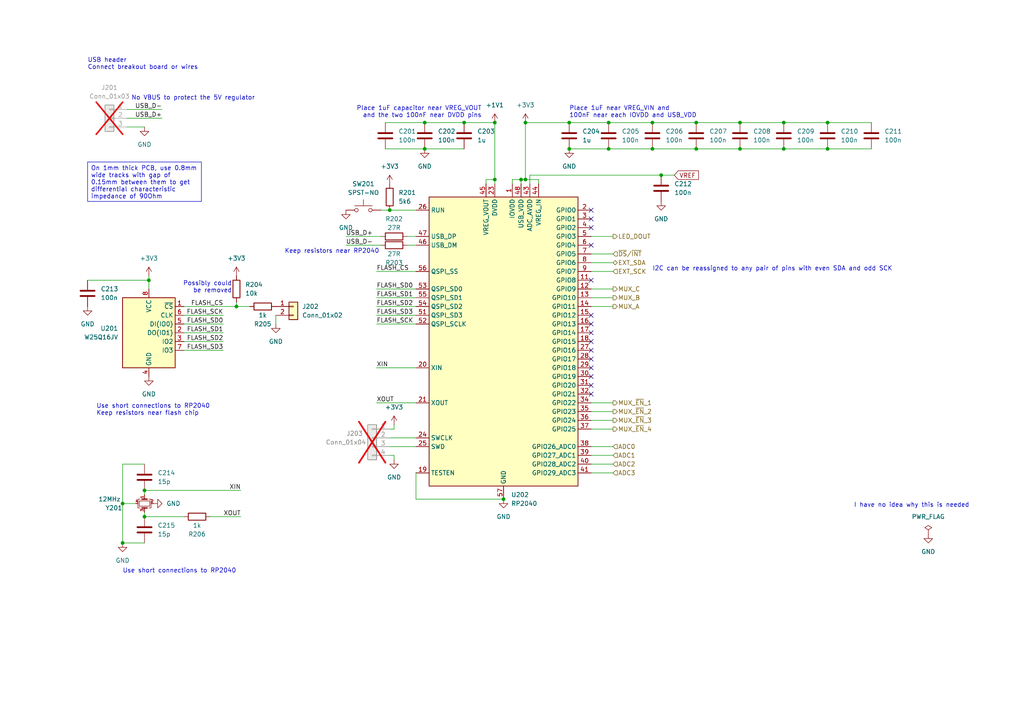
<source format=kicad_sch>
(kicad_sch (version 20230121) (generator eeschema)
  (paper "A4")
  (lib_symbols
    (symbol "Connector_Generic:Conn_01x02" (pin_names (offset 1.016) hide)
      (property "Reference" "J" (at 0 2.54 0))
      (property "Value" "Conn_01x02" (at 0 -5.08 0))
      (symbol "Conn_01x02_1_1"
        (rectangle (start -1.27 -2.413) (end 0 -2.667) (stroke (width 0.1524)))
        (rectangle (start -1.27 0.127) (end 0 -0.127) (stroke (width 0.1524)))
        (rectangle (start -1.27 1.27) (end 1.27 -3.81) (stroke (width 0.254)) (fill (type background)))
        (pin passive line (at -5.08 0 0) (length 3.81) (name "Pin_1") (number "1"))
        (pin passive line (at -5.08 -2.54 0) (length 3.81) (name "Pin_2") (number "2"))
      )
    )
    (symbol "Connector_Generic:Conn_01x03" (pin_names (offset 1.016) hide)
      (property "Reference" "J" (at 0 5.08 0))
      (property "Value" "Conn_01x03" (at 0 -5.08 0))
      (symbol "Conn_01x03_1_1"
        (rectangle (start -1.27 -2.413) (end 0 -2.667) (stroke (width 0.1524)))
        (rectangle (start -1.27 0.127) (end 0 -0.127) (stroke (width 0.1524)))
        (rectangle (start -1.27 2.667) (end 0 2.413) (stroke (width 0.1524)))
        (rectangle (start -1.27 3.81) (end 1.27 -3.81) (stroke (width 0.254)) (fill (type background)))
        (pin passive line (at -5.08 2.54 0) (length 3.81) (name "Pin_1") (number "1"))
        (pin passive line (at -5.08 0 0) (length 3.81) (name "Pin_2") (number "2"))
        (pin passive line (at -5.08 -2.54 0) (length 3.81) (name "Pin_3") (number "3"))
      )
    )
    (symbol "Connector_Generic:Conn_01x04" (pin_names (offset 1.016) hide)
      (property "Reference" "J" (at 0 5.08 0))
      (property "Value" "Conn_01x04" (at 0 -7.62 0))
      (symbol "Conn_01x04_1_1"
        (rectangle (start -1.27 -4.953) (end 0 -5.207) (stroke (width 0.1524)))
        (rectangle (start -1.27 -2.413) (end 0 -2.667) (stroke (width 0.1524)))
        (rectangle (start -1.27 0.127) (end 0 -0.127) (stroke (width 0.1524)))
        (rectangle (start -1.27 2.667) (end 0 2.413) (stroke (width 0.1524)))
        (rectangle (start -1.27 3.81) (end 1.27 -6.35) (stroke (width 0.254)) (fill (type background)))
        (pin passive line (at -5.08 2.54 0) (length 3.81) (name "Pin_1") (number "1"))
        (pin passive line (at -5.08 0 0) (length 3.81) (name "Pin_2") (number "2"))
        (pin passive line (at -5.08 -2.54 0) (length 3.81) (name "Pin_3") (number "3"))
        (pin passive line (at -5.08 -5.08 0) (length 3.81) (name "Pin_4") (number "4"))
      )
    )
    (symbol "Device:C" (pin_numbers hide) (pin_names (offset 0.254))
      (property "Reference" "C" (at 0.635 2.54 0))
      (property "Value" "C" (at 0.635 -2.54 0))
      (symbol "C_0_1"
        (polyline (pts (xy -2.032 -0.762) (xy 2.032 -0.762)) (stroke (width 0.508)))
        (polyline (pts (xy -2.032 0.762) (xy 2.032 0.762)) (stroke (width 0.508)))
      )
      (symbol "C_1_1"
        (pin passive line (at 0 3.81 270) (length 2.794) (name "~") (number "1"))
        (pin passive line (at 0 -3.81 90) (length 2.794) (name "~") (number "2"))
      )
    )
    (symbol "Device:Crystal_GND24_Small" (pin_names (offset 1.016) hide)
      (property "Reference" "Y" (at 1.27 4.445 0))
      (property "Value" "Crystal_GND24_Small" (at 1.27 2.54 0))
      (symbol "Crystal_GND24_Small_0_1"
        (rectangle (start -0.762 -1.524) (end 0.762 1.524))
        (polyline (pts (xy -1.27 -0.762) (xy -1.27 0.762)) (stroke (width 0.381)))
        (polyline (pts (xy 1.27 -0.762) (xy 1.27 0.762)) (stroke (width 0.381)))
        (polyline (pts (xy -1.27 -1.27) (xy -1.27 -1.905) (xy 1.27 -1.905) (xy 1.27 -1.27)))
        (polyline (pts (xy -1.27 1.27) (xy -1.27 1.905) (xy 1.27 1.905) (xy 1.27 1.27)))
      )
      (symbol "Crystal_GND24_Small_1_1"
        (pin passive line (at -2.54 0 0) (length 1.27) (name "1") (number "1"))
        (pin passive line (at 0 -2.54 90) (length 0.635) (name "2") (number "2"))
        (pin passive line (at 2.54 0 180) (length 1.27) (name "3") (number "3"))
        (pin passive line (at 0 2.54 270) (length 0.635) (name "4") (number "4"))
      )
    )
    (symbol "Device:R" (pin_numbers hide) (pin_names (offset 0))
      (property "Reference" "R" (at 2.032 0 90))
      (property "Value" "R" (at 0 0 90))
      (symbol "R_0_1"
        (rectangle (start -1.016 -2.54) (end 1.016 2.54) (stroke (width 0.254)))
      )
      (symbol "R_1_1"
        (pin passive line (at 0 3.81 270) (length 1.27) (name "~") (number "1"))
        (pin passive line (at 0 -3.81 90) (length 1.27) (name "~") (number "2"))
      )
    )
    (symbol "MCU_RaspberryPi:RP2040"
      (property "Reference" "U" (at 17.78 45.72 0))
      (property "Value" "RP2040" (at 17.78 43.18 0))
      (symbol "RP2040_0_1"
        (rectangle (start -21.59 41.91) (end 21.59 -41.91) (stroke (width 0.254)) (fill (type background)))
      )
      (symbol "RP2040_1_1"
        (pin power_in line (at 2.54 45.72 270) (length 3.81) (name "IOVDD") (number "1"))
        (pin passive line (at 2.54 45.72 270) (length 3.81) hide (name "IOVDD") (number "10"))
        (pin bidirectional line (at 25.4 17.78 180) (length 3.81) (name "GPIO8") (number "11"))
        (pin bidirectional line (at 25.4 15.24 180) (length 3.81) (name "GPIO9") (number "12"))
        (pin bidirectional line (at 25.4 12.7 180) (length 3.81) (name "GPIO10") (number "13"))
        (pin bidirectional line (at 25.4 10.16 180) (length 3.81) (name "GPIO11") (number "14"))
        (pin bidirectional line (at 25.4 7.62 180) (length 3.81) (name "GPIO12") (number "15"))
        (pin bidirectional line (at 25.4 5.08 180) (length 3.81) (name "GPIO13") (number "16"))
        (pin bidirectional line (at 25.4 2.54 180) (length 3.81) (name "GPIO14") (number "17"))
        (pin bidirectional line (at 25.4 0 180) (length 3.81) (name "GPIO15") (number "18"))
        (pin input line (at -25.4 -38.1 0) (length 3.81) (name "TESTEN") (number "19"))
        (pin bidirectional line (at 25.4 38.1 180) (length 3.81) (name "GPIO0") (number "2"))
        (pin input line (at -25.4 -7.62 0) (length 3.81) (name "XIN") (number "20"))
        (pin passive line (at -25.4 -17.78 0) (length 3.81) (name "XOUT") (number "21"))
        (pin passive line (at 2.54 45.72 270) (length 3.81) hide (name "IOVDD") (number "22"))
        (pin power_in line (at -2.54 45.72 270) (length 3.81) (name "DVDD") (number "23"))
        (pin input line (at -25.4 -27.94 0) (length 3.81) (name "SWCLK") (number "24"))
        (pin bidirectional line (at -25.4 -30.48 0) (length 3.81) (name "SWD") (number "25"))
        (pin input line (at -25.4 38.1 0) (length 3.81) (name "RUN") (number "26"))
        (pin bidirectional line (at 25.4 -2.54 180) (length 3.81) (name "GPIO16") (number "27"))
        (pin bidirectional line (at 25.4 -5.08 180) (length 3.81) (name "GPIO17") (number "28"))
        (pin bidirectional line (at 25.4 -7.62 180) (length 3.81) (name "GPIO18") (number "29"))
        (pin bidirectional line (at 25.4 35.56 180) (length 3.81) (name "GPIO1") (number "3"))
        (pin bidirectional line (at 25.4 -10.16 180) (length 3.81) (name "GPIO19") (number "30"))
        (pin bidirectional line (at 25.4 -12.7 180) (length 3.81) (name "GPIO20") (number "31"))
        (pin bidirectional line (at 25.4 -15.24 180) (length 3.81) (name "GPIO21") (number "32"))
        (pin passive line (at 2.54 45.72 270) (length 3.81) hide (name "IOVDD") (number "33"))
        (pin bidirectional line (at 25.4 -17.78 180) (length 3.81) (name "GPIO22") (number "34"))
        (pin bidirectional line (at 25.4 -20.32 180) (length 3.81) (name "GPIO23") (number "35"))
        (pin bidirectional line (at 25.4 -22.86 180) (length 3.81) (name "GPIO24") (number "36"))
        (pin bidirectional line (at 25.4 -25.4 180) (length 3.81) (name "GPIO25") (number "37"))
        (pin bidirectional line (at 25.4 -30.48 180) (length 3.81) (name "GPIO26_ADC0") (number "38"))
        (pin bidirectional line (at 25.4 -33.02 180) (length 3.81) (name "GPIO27_ADC1") (number "39"))
        (pin bidirectional line (at 25.4 33.02 180) (length 3.81) (name "GPIO2") (number "4"))
        (pin bidirectional line (at 25.4 -35.56 180) (length 3.81) (name "GPIO28_ADC2") (number "40"))
        (pin bidirectional line (at 25.4 -38.1 180) (length 3.81) (name "GPIO29_ADC3") (number "41"))
        (pin passive line (at 2.54 45.72 270) (length 3.81) hide (name "IOVDD") (number "42"))
        (pin power_in line (at 7.62 45.72 270) (length 3.81) (name "ADC_AVDD") (number "43"))
        (pin power_in line (at 10.16 45.72 270) (length 3.81) (name "VREG_IN") (number "44"))
        (pin power_out line (at -5.08 45.72 270) (length 3.81) (name "VREG_VOUT") (number "45"))
        (pin bidirectional line (at -25.4 27.94 0) (length 3.81) (name "USB_DM") (number "46"))
        (pin bidirectional line (at -25.4 30.48 0) (length 3.81) (name "USB_DP") (number "47"))
        (pin power_in line (at 5.08 45.72 270) (length 3.81) (name "USB_VDD") (number "48"))
        (pin passive line (at 2.54 45.72 270) (length 3.81) hide (name "IOVDD") (number "49"))
        (pin bidirectional line (at 25.4 30.48 180) (length 3.81) (name "GPIO3") (number "5"))
        (pin passive line (at -2.54 45.72 270) (length 3.81) hide (name "DVDD") (number "50"))
        (pin bidirectional line (at -25.4 7.62 0) (length 3.81) (name "QSPI_SD3") (number "51"))
        (pin output line (at -25.4 5.08 0) (length 3.81) (name "QSPI_SCLK") (number "52"))
        (pin bidirectional line (at -25.4 15.24 0) (length 3.81) (name "QSPI_SD0") (number "53"))
        (pin bidirectional line (at -25.4 10.16 0) (length 3.81) (name "QSPI_SD2") (number "54"))
        (pin bidirectional line (at -25.4 12.7 0) (length 3.81) (name "QSPI_SD1") (number "55"))
        (pin bidirectional line (at -25.4 20.32 0) (length 3.81) (name "QSPI_SS") (number "56"))
        (pin power_in line (at 0 -45.72 90) (length 3.81) (name "GND") (number "57"))
        (pin bidirectional line (at 25.4 27.94 180) (length 3.81) (name "GPIO4") (number "6"))
        (pin bidirectional line (at 25.4 25.4 180) (length 3.81) (name "GPIO5") (number "7"))
        (pin bidirectional line (at 25.4 22.86 180) (length 3.81) (name "GPIO6") (number "8"))
        (pin bidirectional line (at 25.4 20.32 180) (length 3.81) (name "GPIO7") (number "9"))
      )
    )
    (symbol "Memory_Flash:W25Q128JVS"
      (property "Reference" "U" (at -8.89 8.89 0))
      (property "Value" "W25Q128JVS" (at 7.62 8.89 0))
      (symbol "W25Q128JVS_0_1"
        (rectangle (start -7.62 10.16) (end 7.62 -10.16) (stroke (width 0.254)) (fill (type background)))
      )
      (symbol "W25Q128JVS_1_1"
        (pin input line (at -10.16 7.62 0) (length 2.54) (name "~{CS}") (number "1"))
        (pin bidirectional line (at -10.16 0 0) (length 2.54) (name "DO(IO1)") (number "2"))
        (pin bidirectional line (at -10.16 -2.54 0) (length 2.54) (name "IO2") (number "3"))
        (pin power_in line (at 0 -12.7 90) (length 2.54) (name "GND") (number "4"))
        (pin bidirectional line (at -10.16 2.54 0) (length 2.54) (name "DI(IO0)") (number "5"))
        (pin input line (at -10.16 5.08 0) (length 2.54) (name "CLK") (number "6"))
        (pin bidirectional line (at -10.16 -5.08 0) (length 2.54) (name "IO3") (number "7"))
        (pin power_in line (at 0 12.7 270) (length 2.54) (name "VCC") (number "8"))
      )
    )
    (symbol "Switch:SW_Push" (pin_numbers hide) (pin_names (offset 1.016) hide)
      (property "Reference" "SW" (at 1.27 2.54 0))
      (property "Value" "SW_Push" (at 0 -1.524 0))
      (symbol "SW_Push_0_1"
        (circle (center -2.032 0) (radius 0.508))
        (polyline (pts (xy 0 1.27) (xy 0 3.048)))
        (polyline (pts (xy 2.54 1.27) (xy -2.54 1.27)))
        (circle (center 2.032 0) (radius 0.508))
        (pin passive line (at -5.08 0 0) (length 2.54) (name "1") (number "1"))
        (pin passive line (at 5.08 0 180) (length 2.54) (name "2") (number "2"))
      )
    )
    (symbol "power:+1V1" (power) (pin_names (offset 0))
      (property "Value" "+1V1" (at 0 3.556 0))
      (symbol "+1V1_0_1"
        (polyline (pts (xy -0.762 1.27) (xy 0 2.54)))
        (polyline (pts (xy 0 0) (xy 0 2.54)))
        (polyline (pts (xy 0 2.54) (xy 0.762 1.27)))
      )
      (symbol "+1V1_1_1"
        (pin power_in line (at 0 0 90) (length 0) hide (name "+1V1") (number "1"))
      )
    )
    (symbol "power:+3V3" (power) (pin_names (offset 0))
      (property "Value" "+3V3" (at 0 3.556 0))
      (symbol "+3V3_0_1"
        (polyline (pts (xy -0.762 1.27) (xy 0 2.54)))
        (polyline (pts (xy 0 0) (xy 0 2.54)))
        (polyline (pts (xy 0 2.54) (xy 0.762 1.27)))
      )
      (symbol "+3V3_1_1"
        (pin power_in line (at 0 0 90) (length 0) hide (name "+3V3") (number "1"))
      )
    )
    (symbol "power:GND" (power) (pin_names (offset 0))
      (property "Value" "GND" (at 0 -3.81 0))
      (symbol "GND_0_1"
        (polyline (pts (xy 0 0) (xy 0 -1.27) (xy 1.27 -1.27) (xy 0 -2.54) (xy -1.27 -1.27) (xy 0 -1.27)))
      )
      (symbol "GND_1_1"
        (pin power_in line (at 0 0 270) (length 0) hide (name "GND") (number "1"))
      )
    )
    (symbol "power:PWR_FLAG" (power) (pin_numbers hide) (pin_names (offset 0) hide)
      (property "Value" "PWR_FLAG" (at 0 3.81 0))
      (symbol "PWR_FLAG_0_0"
        (pin power_out line (at 0 0 90) (length 0) (name "pwr") (number "1"))
      )
      (symbol "PWR_FLAG_0_1"
        (polyline (pts (xy 0 0) (xy 0 1.27) (xy -1.016 1.905) (xy 0 2.54) (xy 1.016 1.905) (xy 0 1.27)))
      )
    )
  )
  (junction (at 152.4 52.07))
  (junction (at 113.03 60.96))
  (junction (at 240.03 35.56))
  (junction (at 176.53 35.56))
  (junction (at 41.91 142.24))
  (junction (at 68.58 88.9))
  (junction (at 176.53 43.18))
  (junction (at 43.18 81.28))
  (junction (at 240.03 43.18))
  (junction (at 134.62 35.56))
  (junction (at 35.56 157.48))
  (junction (at 165.1 43.18))
  (junction (at 189.23 43.18))
  (junction (at 214.63 43.18))
  (junction (at 143.51 52.07))
  (junction (at 227.33 35.56))
  (junction (at 123.19 35.56))
  (junction (at 191.77 50.8))
  (junction (at 41.91 149.86))
  (junction (at 201.93 43.18))
  (junction (at 214.63 35.56))
  (junction (at 143.51 35.56))
  (junction (at 151.13 52.07))
  (junction (at 165.1 35.56))
  (junction (at 146.05 144.78))
  (junction (at 35.56 146.05))
  (junction (at 189.23 35.56))
  (junction (at 201.93 35.56))
  (junction (at 227.33 43.18))
  (junction (at 123.19 43.18))
  (junction (at 152.4 35.56))
  (no_connect (at 171.45 93.98))
  (no_connect (at 171.45 91.44))
  (no_connect (at 171.45 71.12))
  (no_connect (at 171.45 96.52))
  (no_connect (at 171.45 114.3))
  (no_connect (at 171.45 63.5))
  (no_connect (at 171.45 101.6))
  (no_connect (at 171.45 106.68))
  (no_connect (at 171.45 66.04))
  (no_connect (at 171.45 104.14))
  (no_connect (at 171.45 60.96))
  (no_connect (at 171.45 109.22))
  (no_connect (at 171.45 111.76))
  (no_connect (at 171.45 99.06))
  (no_connect (at 171.45 81.28))
  (wire (pts (xy 165.1 35.56) (xy 176.53 35.56)))
  (wire (pts (xy 201.93 35.56) (xy 214.63 35.56)))
  (wire (pts (xy 143.51 53.34) (xy 143.51 52.07)))
  (wire (pts (xy 25.4 81.28) (xy 43.18 81.28)))
  (wire (pts (xy 109.22 78.74) (xy 120.65 78.74)))
  (wire (pts (xy 35.56 146.05) (xy 35.56 157.48)))
  (wire (pts (xy 120.65 144.78) (xy 146.05 144.78)))
  (wire (pts (xy 53.34 88.9) (xy 68.58 88.9)))
  (wire (pts (xy 177.8 132.08) (xy 171.45 132.08)))
  (wire (pts (xy 177.8 129.54) (xy 171.45 129.54)))
  (wire (pts (xy 114.3 124.46) (xy 114.3 123.19)))
  (wire (pts (xy 109.22 93.98) (xy 120.65 93.98)))
  (wire (pts (xy 114.3 132.08) (xy 114.3 133.35)))
  (wire (pts (xy 109.22 91.44) (xy 120.65 91.44)))
  (wire (pts (xy 177.8 119.38) (xy 171.45 119.38)))
  (wire (pts (xy 151.13 52.07) (xy 152.4 52.07)))
  (wire (pts (xy 134.62 35.56) (xy 123.19 35.56)))
  (wire (pts (xy 109.22 116.84) (xy 120.65 116.84)))
  (wire (pts (xy 177.8 137.16) (xy 171.45 137.16)))
  (wire (pts (xy 227.33 35.56) (xy 240.03 35.56)))
  (wire (pts (xy 171.45 78.74) (xy 177.8 78.74)))
  (wire (pts (xy 118.11 71.12) (xy 120.65 71.12)))
  (wire (pts (xy 153.67 53.34) (xy 153.67 50.8)))
  (wire (pts (xy 53.34 96.52) (xy 64.77 96.52)))
  (wire (pts (xy 177.8 116.84) (xy 171.45 116.84)))
  (wire (pts (xy 41.91 36.83) (xy 36.83 36.83)))
  (wire (pts (xy 143.51 35.56) (xy 143.51 52.07)))
  (wire (pts (xy 189.23 43.18) (xy 201.93 43.18)))
  (wire (pts (xy 165.1 43.18) (xy 176.53 43.18)))
  (wire (pts (xy 41.91 142.24) (xy 41.91 143.51)))
  (wire (pts (xy 120.65 137.16) (xy 120.65 144.78)))
  (wire (pts (xy 109.22 83.82) (xy 120.65 83.82)))
  (wire (pts (xy 43.18 80.01) (xy 43.18 81.28)))
  (wire (pts (xy 143.51 35.56) (xy 134.62 35.56)))
  (wire (pts (xy 191.77 50.8) (xy 195.58 50.8)))
  (wire (pts (xy 41.91 142.24) (xy 69.85 142.24)))
  (wire (pts (xy 177.8 121.92) (xy 171.45 121.92)))
  (wire (pts (xy 189.23 35.56) (xy 201.93 35.56)))
  (wire (pts (xy 53.34 91.44) (xy 64.77 91.44)))
  (wire (pts (xy 214.63 43.18) (xy 227.33 43.18)))
  (wire (pts (xy 53.34 101.6) (xy 64.77 101.6)))
  (wire (pts (xy 113.03 127) (xy 120.65 127)))
  (wire (pts (xy 113.03 60.96) (xy 120.65 60.96)))
  (wire (pts (xy 111.76 43.18) (xy 123.19 43.18)))
  (wire (pts (xy 240.03 43.18) (xy 252.73 43.18)))
  (wire (pts (xy 35.56 134.62) (xy 41.91 134.62)))
  (wire (pts (xy 68.58 87.63) (xy 68.58 88.9)))
  (wire (pts (xy 35.56 157.48) (xy 41.91 157.48)))
  (wire (pts (xy 113.03 129.54) (xy 120.65 129.54)))
  (wire (pts (xy 43.18 81.28) (xy 43.18 83.82)))
  (wire (pts (xy 152.4 35.56) (xy 165.1 35.56)))
  (wire (pts (xy 177.8 83.82) (xy 171.45 83.82)))
  (wire (pts (xy 41.91 149.86) (xy 53.34 149.86)))
  (wire (pts (xy 176.53 35.56) (xy 189.23 35.56)))
  (wire (pts (xy 109.22 86.36) (xy 120.65 86.36)))
  (wire (pts (xy 110.49 60.96) (xy 113.03 60.96)))
  (wire (pts (xy 148.59 53.34) (xy 148.59 52.07)))
  (wire (pts (xy 153.67 50.8) (xy 191.77 50.8)))
  (wire (pts (xy 214.63 35.56) (xy 227.33 35.56)))
  (wire (pts (xy 176.53 43.18) (xy 189.23 43.18)))
  (wire (pts (xy 41.91 149.86) (xy 41.91 148.59)))
  (wire (pts (xy 143.51 52.07) (xy 140.97 52.07)))
  (wire (pts (xy 53.34 99.06) (xy 64.77 99.06)))
  (wire (pts (xy 36.83 31.75) (xy 46.99 31.75)))
  (wire (pts (xy 177.8 124.46) (xy 171.45 124.46)))
  (wire (pts (xy 36.83 34.29) (xy 46.99 34.29)))
  (wire (pts (xy 171.45 68.58) (xy 177.8 68.58)))
  (wire (pts (xy 35.56 134.62) (xy 35.56 146.05)))
  (wire (pts (xy 123.19 35.56) (xy 111.76 35.56)))
  (wire (pts (xy 151.13 52.07) (xy 151.13 53.34)))
  (wire (pts (xy 53.34 93.98) (xy 64.77 93.98)))
  (wire (pts (xy 60.96 149.86) (xy 69.85 149.86)))
  (wire (pts (xy 114.3 124.46) (xy 113.03 124.46)))
  (wire (pts (xy 114.3 132.08) (xy 113.03 132.08)))
  (wire (pts (xy 171.45 73.66) (xy 177.8 73.66)))
  (wire (pts (xy 152.4 35.56) (xy 152.4 52.07)))
  (wire (pts (xy 39.37 146.05) (xy 35.56 146.05)))
  (wire (pts (xy 123.19 43.18) (xy 134.62 43.18)))
  (wire (pts (xy 201.93 43.18) (xy 214.63 43.18)))
  (wire (pts (xy 177.8 86.36) (xy 171.45 86.36)))
  (wire (pts (xy 148.59 52.07) (xy 151.13 52.07)))
  (wire (pts (xy 140.97 52.07) (xy 140.97 53.34)))
  (wire (pts (xy 171.45 76.2) (xy 177.8 76.2)))
  (wire (pts (xy 240.03 35.56) (xy 252.73 35.56)))
  (wire (pts (xy 100.33 71.12) (xy 110.49 71.12)))
  (wire (pts (xy 227.33 43.18) (xy 240.03 43.18)))
  (wire (pts (xy 100.33 68.58) (xy 110.49 68.58)))
  (wire (pts (xy 177.8 134.62) (xy 171.45 134.62)))
  (wire (pts (xy 177.8 88.9) (xy 171.45 88.9)))
  (wire (pts (xy 156.21 52.07) (xy 156.21 53.34)))
  (wire (pts (xy 109.22 88.9) (xy 120.65 88.9)))
  (wire (pts (xy 72.39 88.9) (xy 68.58 88.9)))
  (wire (pts (xy 152.4 52.07) (xy 156.21 52.07)))
  (wire (pts (xy 118.11 68.58) (xy 120.65 68.58)))
  (wire (pts (xy 80.01 93.98) (xy 80.01 91.44)))
  (wire (pts (xy 109.22 106.68) (xy 120.65 106.68)))
  (text_box "On 1mm thick PCB, use 0.8mm wide tracks with gap of 0.15mm between them to get differential characteristic impedance of 90Ohm" (at 25.4 46.99 0) (size 33.02 11.43) (effects (font (size 1.27 1.27)) (justify left top)))
  (text "USB header\nConnect breakout board or wires" (at 25.4 20.32 0) (effects (font (size 1.27 1.27)) (justify left bottom)))
  (text "I have no idea why this is needed" (at 247.65 147.32 0) (effects (font (size 1.27 1.27)) (justify left bottom)))
  (text "Keep resistors near RP2040" (at 82.55 73.66 0) (effects (font (size 1.27 1.27)) (justify left bottom)))
  (text "I2C can be reassigned to any pair of pins with even SDA and odd SCK" (at 189.23 78.74 0) (effects (font (size 1.27 1.27)) (justify left bottom)))
  (text "Use short connections to RP2040" (at 35.56 166.37 0) (effects (font (size 1.27 1.27)) (justify left bottom)))
  (text "No VBUS to protect the 5V regulator" (at 38.1 29.21 0) (effects (font (size 1.27 1.27)) (justify left bottom)))
  (text "Place 1uF near VREG_VIN and\n100nF near each IOVDD and USB_VDD" (at 165.1 34.29 0) (effects (font (size 1.27 1.27)) (justify left bottom)))
  (text "Possibly could\nbe removed" (at 67.31 85.09 0) (effects (font (size 1.27 1.27)) (justify right bottom)))
  (text "Use short connections to RP2040\nKeep resistors near flash chip" (at 27.94 120.65 0) (effects (font (size 1.27 1.27)) (justify left bottom)))
  (text "Place 1uF capacitor near VREG_VOUT\nand the two 100nF near DVDD pins" (at 139.7 34.29 0) (effects (font (size 1.27 1.27)) (justify right bottom)))
  (label "USB_D-" (at 100.33 71.12 0))
  (label "XOUT" (at 109.22 116.84 0))
  (label "FLASH_SD0" (at 109.22 83.82 0))
  (label "XIN" (at 109.22 106.68 0))
  (label "FLASH_SD2" (at 109.22 88.9 0))
  (label "FLASH_SCK" (at 109.22 93.98 0))
  (label "XOUT" (at 69.85 149.86 180))
  (label "FLASH_SD3" (at 109.22 91.44 0))
  (label "FLASH_CS" (at 109.22 78.74 0))
  (label "FLASH_SD2" (at 64.77 99.06 180))
  (label "USB_D-" (at 46.99 31.75 180))
  (label "FLASH_SD0" (at 64.77 93.98 180))
  (label "FLASH_SCK" (at 64.77 91.44 180))
  (label "FLASH_SD1" (at 109.22 86.36 0))
  (label "FLASH_SD3" (at 64.77 101.6 180))
  (label "XIN" (at 69.85 142.24 180))
  (label "FLASH_CS" (at 64.77 88.9 180))
  (label "USB_D+" (at 46.99 34.29 180))
  (label "FLASH_SD1" (at 64.77 96.52 180))
  (label "USB_D+" (at 100.33 68.58 0))
  (global_label "VREF" (shape input) (at 195.58 50.8 0) (property "Intersheetrefs" "${INTERSHEET_REFS}" (effects hide)))
  (hierarchical_label "MUX_A" (shape output) (at 177.8 88.9 0))
  (hierarchical_label "MUX_~{EN}_3" (shape output) (at 177.8 121.92 0))
  (hierarchical_label "MUX_~{EN}_4" (shape output) (at 177.8 124.46 0))
  (hierarchical_label "~{DS}{slash}~{INT}" (shape input) (at 177.8 73.66 0))
  (hierarchical_label "EXT_SDA" (shape bidirectional) (at 177.8 76.2 0))
  (hierarchical_label "EXT_SCK" (shape input) (at 177.8 78.74 0))
  (hierarchical_label "ADC2" (shape input) (at 177.8 134.62 0))
  (hierarchical_label "MUX_C" (shape output) (at 177.8 83.82 0))
  (hierarchical_label "MUX_~{EN}_1" (shape output) (at 177.8 116.84 0))
  (hierarchical_label "MUX_B" (shape output) (at 177.8 86.36 0))
  (hierarchical_label "ADC0" (shape input) (at 177.8 129.54 0))
  (hierarchical_label "ADC3" (shape input) (at 177.8 137.16 0))
  (hierarchical_label "MUX_~{EN}_2" (shape output) (at 177.8 119.38 0))
  (hierarchical_label "LED_DOUT" (shape output) (at 177.8 68.58 0))
  (hierarchical_label "ADC1" (shape input) (at 177.8 132.08 0))
  (symbol (lib_id "power:+3V3") (at 68.58 80.01 0) (unit 1)
    (property "Reference" "#PWR0108" (effects hide))
    (property "Value" "+3V3" (at 68.58 74.93 0))
  )
  (symbol (lib_id "Device:C") (at 252.73 39.37 0) (unit 1)
    (property "Reference" "C211" (at 256.54 38.1 0) (effects (justify left)))
    (property "Value" "100n" (at 256.54 40.64 0) (effects (justify left)))
    (property "Footprint" "Capacitor_SMD:C_0402_1005Metric_Pad0.74x0.62mm_HandSolder" (effects hide))
    (property "Description" "CAP CER 100nF 10V 0402" (effects hide))
  )
  (symbol (lib_id "power:GND") (at 44.45 146.05 90) (unit 1)
    (property "Reference" "#PWR0216" (effects hide))
    (property "Value" "GND" (at 48.26 146.05 90) (effects (justify right)))
  )
  (symbol (lib_id "Device:C") (at 41.91 138.43 0) (unit 1)
    (property "Reference" "C214" (at 45.72 137.16 0) (effects (justify left)))
    (property "Value" "15p" (at 45.72 139.7 0) (effects (justify left)))
    (property "Footprint" "Capacitor_SMD:C_0402_1005Metric_Pad0.74x0.62mm_HandSolder" (effects hide))
    (property "Description" "CAP CER 15pF 10V 0402" (effects hide))
  )
  (symbol (lib_id "power:GND") (at 191.77 58.42 0) (unit 1)
    (property "Reference" "#PWR0206" (effects hide))
    (property "Value" "GND" (at 191.77 63.5 0))
  )
  (symbol (lib_id "Connector_Generic:Conn_01x03") (at 31.75 34.29 0) (mirror y) (unit 1) (in_bom no) (dnp yes)
    (property "Reference" "J201" (at 31.75 25.4 0))
    (property "Value" "Conn_01x03" (at 31.75 27.94 0))
    (property "Footprint" "Connector_PinHeader_2.54mm:PinHeader_1x03_P2.54mm_Vertical" (effects hide))
  )
  (symbol (lib_id "power:GND") (at 146.05 144.78 0) (unit 1)
    (property "Reference" "#PWR0215" (effects hide))
    (property "Value" "GND" (at 146.05 149.86 0))
  )
  (symbol (lib_id "Switch:SW_Push") (at 105.41 60.96 0) (unit 1)
    (property "Reference" "SW201" (at 105.41 53.34 0))
    (property "Value" "SPST-NO" (at 105.41 55.88 0))
    (property "Footprint" "Button_Switch_SMD:SW_SPST_PTS810" (effects hide))
    (property "Datasheet" "https://www.ckswitches.com/media/1476/pts810.pdf" (effects hide))
    (property "Part Number" "PTS810SJK250SMTR LFS" (effects hide))
    (property "Manufacturer" "C&K" (effects hide))
  )
  (symbol (lib_id "Device:R") (at 68.58 83.82 0) (unit 1)
    (property "Reference" "R204" (at 71.12 82.55 0) (effects (justify left)))
    (property "Value" "10k" (at 71.12 85.09 0) (effects (justify left)))
    (property "Footprint" "Resistor_SMD:R_0402_1005Metric_Pad0.72x0.64mm_HandSolder" (effects hide))
    (property "Description" "RES 10k 1/16W 1% 0402" (effects hide))
  )
  (symbol (lib_id "power:+3V3") (at 114.3 123.19 0) (unit 1)
    (property "Reference" "#PWR0109" (effects hide))
    (property "Value" "+3V3" (at 114.3 118.11 0))
  )
  (symbol (lib_id "Connector_Generic:Conn_01x02") (at 85.09 88.9 0) (unit 1)
    (property "Reference" "J202" (at 87.63 88.9 0) (effects (justify left)))
    (property "Value" "Conn_01x02" (at 87.63 91.44 0) (effects (justify left)))
    (property "Footprint" "Connector_PinSocket_2.54mm:PinSocket_1x02_P2.54mm_Vertical" (effects hide))
  )
  (symbol (lib_id "Device:R") (at 114.3 71.12 90) (mirror x) (unit 1)
    (property "Reference" "R203" (at 114.3 76.2 90))
    (property "Value" "27R" (at 114.3 73.66 90))
    (property "Footprint" "Resistor_SMD:R_0402_1005Metric_Pad0.72x0.64mm_HandSolder" (effects hide))
    (property "Description" "RES 27R 1/16W 1% 0402" (effects hide))
  )
  (symbol (lib_id "Device:C") (at 41.91 153.67 0) (unit 1)
    (property "Reference" "C215" (at 45.72 152.4 0) (effects (justify left)))
    (property "Value" "15p" (at 45.72 154.94 0) (effects (justify left)))
    (property "Footprint" "Capacitor_SMD:C_0402_1005Metric_Pad0.74x0.62mm_HandSolder" (effects hide))
    (property "Description" "CAP CER 15pF 10V 0402" (effects hide))
  )
  (symbol (lib_id "Device:C") (at 240.03 39.37 0) (unit 1)
    (property "Reference" "C210" (at 243.84 38.1 0) (effects (justify left)))
    (property "Value" "100n" (at 243.84 40.64 0) (effects (justify left)))
    (property "Footprint" "Capacitor_SMD:C_0402_1005Metric_Pad0.74x0.62mm_HandSolder" (effects hide))
    (property "Description" "CAP CER 100nF 10V 0402" (effects hide))
  )
  (symbol (lib_id "power:+3V3") (at 113.03 53.34 0) (unit 1)
    (property "Reference" "#PWR0107" (effects hide))
    (property "Value" "+3V3" (at 113.03 48.26 0))
  )
  (symbol (lib_id "power:GND") (at 41.91 36.83 0) (unit 1)
    (property "Reference" "#PWR0202" (effects hide))
    (property "Value" "GND" (at 41.91 41.91 0))
  )
  (symbol (lib_id "Memory_Flash:W25Q128JVS") (at 43.18 96.52 0) (mirror y) (unit 1)
    (property "Reference" "U201" (at 34.29 95.25 0) (effects (justify left)))
    (property "Value" "W25Q16JV" (at 34.29 97.79 0) (effects (justify left)))
    (property "Footprint" "Package_SO:SOIC-8_5.23x5.23mm_P1.27mm" (effects hide))
    (property "Datasheet" "https://www.winbond.com/resource-files/w25q16jv%20spi%20revg%2003222018%20plus.pdf" (effects hide))
    (property "Part Number" "W25Q16JVSSIQ" (effects hide))
    (property "Manufacturer" "Winbond Electronics" (effects hide))
  )
  (symbol (lib_id "Connector_Generic:Conn_01x04") (at 107.95 127 0) (mirror y) (unit 1) (in_bom no) (dnp yes)
    (property "Reference" "J203" (at 102.87 125.73 0))
    (property "Value" "Conn_01x04" (at 100.33 128.27 0))
    (property "Footprint" "Connector_PinHeader_2.54mm:PinHeader_1x04_P2.54mm_Vertical" (effects hide))
  )
  (symbol (lib_id "power:GND") (at 269.24 154.94 0) (unit 1)
    (property "Reference" "#PWR0218" (effects hide))
    (property "Value" "GND" (at 269.24 160.02 0))
  )
  (symbol (lib_id "power:GND") (at 43.18 109.22 0) (unit 1)
    (property "Reference" "#PWR0212" (effects hide))
    (property "Value" "GND" (at 43.18 114.3 0))
  )
  (symbol (lib_id "MCU_RaspberryPi:RP2040") (at 146.05 99.06 0) (unit 1)
    (property "Reference" "U202" (at 148.2441 143.51 0) (effects (justify left)))
    (property "Value" "RP2040" (at 148.2441 146.05 0) (effects (justify left)))
    (property "Footprint" "Package_DFN_QFN:QFN-56-1EP_7x7mm_P0.4mm_EP3.2x3.2mm" (effects hide))
    (property "Datasheet" "https://datasheets.raspberrypi.com/rp2040/rp2040-datasheet.pdf" (effects hide))
    (property "Manufacturer" "Raspberry Pi" (effects hide))
    (property "Part Number" "RP2040" (effects hide))
  )
  (symbol (lib_id "power:GND") (at 80.01 93.98 0) (unit 1)
    (property "Reference" "#PWR0211" (effects hide))
    (property "Value" "GND" (at 80.01 99.06 0))
  )
  (symbol (lib_id "power:GND") (at 114.3 133.35 0) (unit 1)
    (property "Reference" "#PWR0214" (effects hide))
    (property "Value" "GND" (at 114.3 138.43 0))
  )
  (symbol (lib_id "power:GND") (at 165.1 43.18 0) (unit 1)
    (property "Reference" "#PWR0204" (effects hide))
    (property "Value" "GND" (at 165.1 48.26 0))
  )
  (symbol (lib_id "Device:C") (at 123.19 39.37 0) (unit 1)
    (property "Reference" "C202" (at 127 38.1 0) (effects (justify left)))
    (property "Value" "100n" (at 127 40.64 0) (effects (justify left)))
    (property "Footprint" "Capacitor_SMD:C_0402_1005Metric_Pad0.74x0.62mm_HandSolder" (effects hide))
    (property "Description" "CAP CER 100nF 10V 0402" (effects hide))
  )
  (symbol (lib_id "Device:C") (at 165.1 39.37 0) (unit 1)
    (property "Reference" "C204" (at 168.91 38.1 0) (effects (justify left)))
    (property "Value" "1u" (at 168.91 40.64 0) (effects (justify left)))
    (property "Footprint" "Capacitor_SMD:C_0402_1005Metric_Pad0.74x0.62mm_HandSolder" (effects hide))
    (property "Description" "CAP CER 1uF 10V 0402" (effects hide))
  )
  (symbol (lib_id "Device:C") (at 134.62 39.37 0) (unit 1)
    (property "Reference" "C203" (at 138.43 38.1 0) (effects (justify left)))
    (property "Value" "1u" (at 138.43 40.64 0) (effects (justify left)))
    (property "Footprint" "Capacitor_SMD:C_0402_1005Metric_Pad0.74x0.62mm_HandSolder" (effects hide))
    (property "Description" "CAP CER 1uF 10V 0402" (effects hide))
  )
  (symbol (lib_id "power:GND") (at 100.33 60.96 0) (unit 1)
    (property "Reference" "#PWR0207" (effects hide))
    (property "Value" "GND" (at 100.33 66.04 0))
  )
  (symbol (lib_id "power:+3V3") (at 152.4 35.56 0) (unit 1)
    (property "Reference" "#PWR0106" (effects hide))
    (property "Value" "+3V3" (at 152.4 30.48 0))
  )
  (symbol (lib_id "power:GND") (at 123.19 43.18 0) (unit 1)
    (property "Reference" "#PWR0203" (effects hide))
    (property "Value" "GND" (at 123.19 48.26 0))
  )
  (symbol (lib_id "Device:C") (at 189.23 39.37 0) (unit 1)
    (property "Reference" "C206" (at 193.04 38.1 0) (effects (justify left)))
    (property "Value" "100n" (at 193.04 40.64 0) (effects (justify left)))
    (property "Footprint" "Capacitor_SMD:C_0402_1005Metric_Pad0.74x0.62mm_HandSolder" (effects hide))
    (property "Description" "CAP CER 100nF 10V 0402" (effects hide))
  )
  (symbol (lib_id "Device:C") (at 191.77 54.61 0) (unit 1)
    (property "Reference" "C212" (at 195.58 53.34 0) (effects (justify left)))
    (property "Value" "100n" (at 195.58 55.88 0) (effects (justify left)))
    (property "Footprint" "Capacitor_SMD:C_0402_1005Metric_Pad0.74x0.62mm_HandSolder" (effects hide))
    (property "Description" "CAP CER 100nF 10V 0402" (effects hide))
  )
  (symbol (lib_id "power:+1V1") (at 143.51 35.56 0) (unit 1)
    (property "Reference" "#PWR0220" (effects hide))
    (property "Value" "+1V1" (at 143.51 30.48 0))
  )
  (symbol (lib_id "Device:R") (at 76.2 88.9 90) (mirror x) (unit 1)
    (property "Reference" "R205" (at 76.2 93.98 90))
    (property "Value" "1k" (at 76.2 91.44 90))
    (property "Footprint" "Resistor_SMD:R_0402_1005Metric_Pad0.72x0.64mm_HandSolder" (effects hide))
    (property "Description" "RES 1k 1/16W 1% 0402" (effects hide))
  )
  (symbol (lib_id "Device:C") (at 214.63 39.37 0) (unit 1)
    (property "Reference" "C208" (at 218.44 38.1 0) (effects (justify left)))
    (property "Value" "100n" (at 218.44 40.64 0) (effects (justify left)))
    (property "Footprint" "Capacitor_SMD:C_0402_1005Metric_Pad0.74x0.62mm_HandSolder" (effects hide))
    (property "Description" "CAP CER 100nF 10V 0402" (effects hide))
  )
  (symbol (lib_id "power:GND") (at 25.4 88.9 0) (unit 1)
    (property "Reference" "#PWR0210" (effects hide))
    (property "Value" "GND" (at 25.4 93.98 0))
  )
  (symbol (lib_id "Device:C") (at 227.33 39.37 0) (unit 1)
    (property "Reference" "C209" (at 231.14 38.1 0) (effects (justify left)))
    (property "Value" "100n" (at 231.14 40.64 0) (effects (justify left)))
    (property "Footprint" "Capacitor_SMD:C_0402_1005Metric_Pad0.74x0.62mm_HandSolder" (effects hide))
    (property "Description" "CAP CER 100nF 10V 0402" (effects hide))
  )
  (symbol (lib_id "Device:C") (at 25.4 85.09 0) (unit 1)
    (property "Reference" "C213" (at 29.21 83.82 0) (effects (justify left)))
    (property "Value" "100n" (at 29.21 86.36 0) (effects (justify left)))
    (property "Footprint" "Capacitor_SMD:C_0402_1005Metric_Pad0.74x0.62mm_HandSolder" (effects hide))
    (property "Description" "CAP CER 100nF 10V 0402" (effects hide))
  )
  (symbol (lib_id "Device:Crystal_GND24_Small") (at 41.91 146.05 90) (mirror x) (unit 1)
    (property "Reference" "Y201" (at 33.02 147.32 90))
    (property "Value" "12MHz" (at 31.75 144.78 90))
    (property "Footprint" "Crystal:Crystal_SMD_Abracon_ABM8G-4Pin_3.2x2.5mm" (effects hide))
    (property "Datasheet" "https://mm.digikey.com/Volume0/opasdata/d220001/medias/docus/6536/ABM8_Datasheet.pdf" (effects hide))
    (property "Part Number" "ABM8-272-T3" (effects hide))
    (property "Manufacturer" "Abracon LLC" (effects hide))
  )
  (symbol (lib_id "power:PWR_FLAG") (at 269.24 154.94 0) (unit 1)
    (property "Reference" "#FLG0202" (effects hide))
    (property "Value" "PWR_FLAG" (at 269.24 149.86 0))
  )
  (symbol (lib_id "Device:R") (at 114.3 68.58 90) (unit 1)
    (property "Reference" "R202" (at 114.3 63.5 90))
    (property "Value" "27R" (at 114.3 66.04 90))
    (property "Footprint" "Resistor_SMD:R_0402_1005Metric_Pad0.72x0.64mm_HandSolder" (effects hide))
    (property "Description" "RES 27R 1/16W 1% 0402" (effects hide))
  )
  (symbol (lib_id "Device:R") (at 113.03 57.15 0) (unit 1)
    (property "Reference" "R201" (at 115.57 55.88 0) (effects (justify left)))
    (property "Value" "5k6" (at 115.57 58.42 0) (effects (justify left)))
    (property "Footprint" "Resistor_SMD:R_0402_1005Metric_Pad0.72x0.64mm_HandSolder" (effects hide))
    (property "Description" "RES 5k6 1/16W 1% 0402" (effects hide))
  )
  (symbol (lib_id "power:+3V3") (at 43.18 80.01 0) (unit 1)
    (property "Reference" "#PWR0221" (effects hide))
    (property "Value" "+3V3" (at 43.18 74.93 0))
  )
  (symbol (lib_id "Device:C") (at 176.53 39.37 0) (unit 1)
    (property "Reference" "C205" (at 180.34 38.1 0) (effects (justify left)))
    (property "Value" "100n" (at 180.34 40.64 0) (effects (justify left)))
    (property "Footprint" "Capacitor_SMD:C_0402_1005Metric_Pad0.74x0.62mm_HandSolder" (effects hide))
    (property "Description" "CAP CER 100nF 10V 0402" (effects hide))
  )
  (symbol (lib_id "Device:R") (at 57.15 149.86 90) (mirror x) (unit 1)
    (property "Reference" "R206" (at 57.15 154.94 90))
    (property "Value" "1k" (at 57.15 152.4 90))
    (property "Footprint" "Resistor_SMD:R_0402_1005Metric_Pad0.72x0.64mm_HandSolder" (effects hide))
    (property "Description" "RES 1k 1/16W 1% 0402" (effects hide))
  )
  (symbol (lib_id "Device:C") (at 201.93 39.37 0) (unit 1)
    (property "Reference" "C207" (at 205.74 38.1 0) (effects (justify left)))
    (property "Value" "100n" (at 205.74 40.64 0) (effects (justify left)))
    (property "Footprint" "Capacitor_SMD:C_0402_1005Metric_Pad0.74x0.62mm_HandSolder" (effects hide))
    (property "Description" "CAP CER 100nF 10V 0402" (effects hide))
  )
  (symbol (lib_id "Device:C") (at 111.76 39.37 0) (unit 1)
    (property "Reference" "C201" (at 115.57 38.1 0) (effects (justify left)))
    (property "Value" "100n" (at 115.57 40.64 0) (effects (justify left)))
    (property "Footprint" "Capacitor_SMD:C_0402_1005Metric_Pad0.74x0.62mm_HandSolder" (effects hide))
    (property "Description" "CAP CER 100nF 10V 0402" (effects hide))
  )
  (symbol (lib_id "power:GND") (at 35.56 157.48 0) (unit 1)
    (property "Reference" "#PWR0219" (effects hide))
    (property "Value" "GND" (at 35.56 162.56 0))
  )
)
</source>
